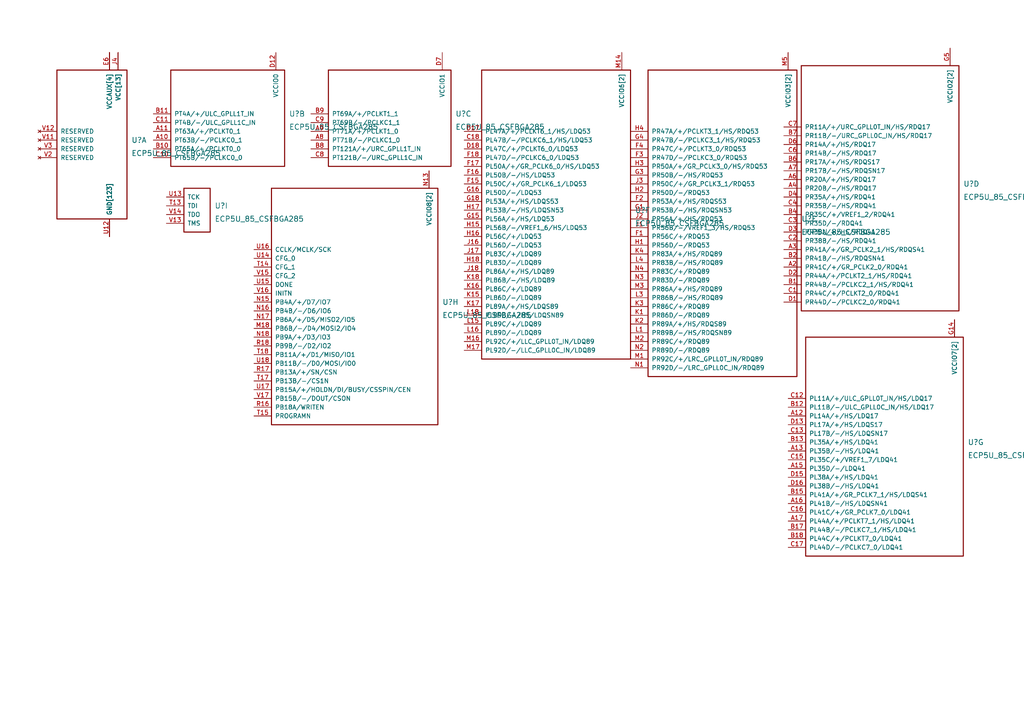
<source format=kicad_sch>
(kicad_sch (version 20211123) (generator eeschema)
  (paper "A4")
  (lib_symbols
    (symbol "ECP5:ECP5U_85_CSFBGA285" (pin_names (offset 1.016))
      (property "Reference" "U" (at 3.81 6.35 0))
      (property "Value" "ECP5U_85_CSFBGA285" (at 3.81 3.81 0))
      (symbol "ECP5U_85_CSFBGA285_1_1"
        (rectangle (start 5.08 17.78) (end 25.4 -25.4) (stroke (width 0.3048)))
        (pin power_in line (at 20.32 -30.48 90) (length 5.08) (name "GND[123]") (number "B16"))
        (pin power_in line (at 20.32 -30.48 90) (length 5.08) (name "GND[123]") (number "B3"))
        (pin power_in line (at 22.86 22.86 270) (length 5.08) (name "VCC[13]") (number "D10"))
        (pin power_in line (at 22.86 22.86 270) (length 5.08) (name "VCC[13]") (number "D11"))
        (pin power_in line (at 22.86 22.86 270) (length 5.08) (name "VCC[13]") (number "D8"))
        (pin power_in line (at 22.86 22.86 270) (length 5.08) (name "VCC[13]") (number "D9"))
        (pin power_in line (at 20.32 -30.48 90) (length 5.08) (name "GND[123]") (number "E10"))
        (pin power_in line (at 20.32 -30.48 90) (length 5.08) (name "GND[123]") (number "E11"))
        (pin power_in line (at 20.32 -30.48 90) (length 5.08) (name "GND[123]") (number "E12"))
        (pin power_in line (at 20.32 22.86 270) (length 5.08) (name "VCCAUX[4]") (number "E13"))
        (pin power_in line (at 20.32 -30.48 90) (length 5.08) (name "GND[123]") (number "E14"))
        (pin power_in line (at 20.32 -30.48 90) (length 5.08) (name "GND[123]") (number "E5"))
        (pin power_in line (at 20.32 22.86 270) (length 5.08) (name "VCCAUX[4]") (number "E6"))
        (pin power_in line (at 20.32 -30.48 90) (length 5.08) (name "GND[123]") (number "E7"))
        (pin power_in line (at 20.32 -30.48 90) (length 5.08) (name "GND[123]") (number "E8"))
        (pin power_in line (at 20.32 -30.48 90) (length 5.08) (name "GND[123]") (number "E9"))
        (pin power_in line (at 20.32 -30.48 90) (length 5.08) (name "GND[123]") (number "F10"))
        (pin power_in line (at 20.32 -30.48 90) (length 5.08) (name "GND[123]") (number "F11"))
        (pin power_in line (at 20.32 -30.48 90) (length 5.08) (name "GND[123]") (number "F12"))
        (pin power_in line (at 20.32 -30.48 90) (length 5.08) (name "GND[123]") (number "F13"))
        (pin power_in line (at 20.32 -30.48 90) (length 5.08) (name "GND[123]") (number "F14"))
        (pin power_in line (at 20.32 -30.48 90) (length 5.08) (name "GND[123]") (number "F5"))
        (pin power_in line (at 20.32 -30.48 90) (length 5.08) (name "GND[123]") (number "F6"))
        (pin power_in line (at 20.32 -30.48 90) (length 5.08) (name "GND[123]") (number "F7"))
        (pin power_in line (at 20.32 -30.48 90) (length 5.08) (name "GND[123]") (number "F8"))
        (pin power_in line (at 20.32 -30.48 90) (length 5.08) (name "GND[123]") (number "F9"))
        (pin power_in line (at 20.32 -30.48 90) (length 5.08) (name "GND[123]") (number "G10"))
        (pin power_in line (at 20.32 -30.48 90) (length 5.08) (name "GND[123]") (number "G11"))
        (pin power_in line (at 20.32 -30.48 90) (length 5.08) (name "GND[123]") (number "G12"))
        (pin power_in line (at 20.32 -30.48 90) (length 5.08) (name "GND[123]") (number "G13"))
        (pin power_in line (at 20.32 -30.48 90) (length 5.08) (name "GND[123]") (number "G17"))
        (pin power_in line (at 20.32 -30.48 90) (length 5.08) (name "GND[123]") (number "G2"))
        (pin power_in line (at 20.32 -30.48 90) (length 5.08) (name "GND[123]") (number "G6"))
        (pin power_in line (at 20.32 -30.48 90) (length 5.08) (name "GND[123]") (number "G7"))
        (pin power_in line (at 20.32 -30.48 90) (length 5.08) (name "GND[123]") (number "G8"))
        (pin power_in line (at 20.32 -30.48 90) (length 5.08) (name "GND[123]") (number "G9"))
        (pin power_in line (at 20.32 -30.48 90) (length 5.08) (name "GND[123]") (number "H10"))
        (pin power_in line (at 20.32 -30.48 90) (length 5.08) (name "GND[123]") (number "H11"))
        (pin power_in line (at 20.32 -30.48 90) (length 5.08) (name "GND[123]") (number "H12"))
        (pin power_in line (at 20.32 -30.48 90) (length 5.08) (name "GND[123]") (number "H13"))
        (pin power_in line (at 20.32 -30.48 90) (length 5.08) (name "GND[123]") (number "H6"))
        (pin power_in line (at 20.32 -30.48 90) (length 5.08) (name "GND[123]") (number "H7"))
        (pin power_in line (at 20.32 -30.48 90) (length 5.08) (name "GND[123]") (number "H8"))
        (pin power_in line (at 20.32 -30.48 90) (length 5.08) (name "GND[123]") (number "H9"))
        (pin power_in line (at 20.32 -30.48 90) (length 5.08) (name "GND[123]") (number "J10"))
        (pin power_in line (at 20.32 -30.48 90) (length 5.08) (name "GND[123]") (number "J11"))
        (pin power_in line (at 20.32 -30.48 90) (length 5.08) (name "GND[123]") (number "J12"))
        (pin power_in line (at 20.32 -30.48 90) (length 5.08) (name "GND[123]") (number "J13"))
        (pin power_in line (at 22.86 22.86 270) (length 5.08) (name "VCC[13]") (number "J14"))
        (pin power_in line (at 22.86 22.86 270) (length 5.08) (name "VCC[13]") (number "J15"))
        (pin power_in line (at 22.86 22.86 270) (length 5.08) (name "VCC[13]") (number "J4"))
        (pin power_in line (at 22.86 22.86 270) (length 5.08) (name "VCC[13]") (number "J5"))
        (pin power_in line (at 20.32 -30.48 90) (length 5.08) (name "GND[123]") (number "J6"))
        (pin power_in line (at 20.32 -30.48 90) (length 5.08) (name "GND[123]") (number "J7"))
        (pin power_in line (at 20.32 -30.48 90) (length 5.08) (name "GND[123]") (number "J8"))
        (pin power_in line (at 20.32 -30.48 90) (length 5.08) (name "GND[123]") (number "J9"))
        (pin power_in line (at 20.32 -30.48 90) (length 5.08) (name "GND[123]") (number "K10"))
        (pin power_in line (at 20.32 -30.48 90) (length 5.08) (name "GND[123]") (number "K11"))
        (pin power_in line (at 20.32 -30.48 90) (length 5.08) (name "GND[123]") (number "K12"))
        (pin power_in line (at 20.32 -30.48 90) (length 5.08) (name "GND[123]") (number "K13"))
        (pin power_in line (at 20.32 -30.48 90) (length 5.08) (name "GND[123]") (number "K14"))
        (pin power_in line (at 20.32 -30.48 90) (length 5.08) (name "GND[123]") (number "K5"))
        (pin power_in line (at 20.32 -30.48 90) (length 5.08) (name "GND[123]") (number "K6"))
        (pin power_in line (at 20.32 -30.48 90) (length 5.08) (name "GND[123]") (number "K7"))
        (pin power_in line (at 20.32 -30.48 90) (length 5.08) (name "GND[123]") (number "K8"))
        (pin power_in line (at 20.32 -30.48 90) (length 5.08) (name "GND[123]") (number "K9"))
        (pin power_in line (at 20.32 -30.48 90) (length 5.08) (name "GND[123]") (number "L10"))
        (pin power_in line (at 20.32 -30.48 90) (length 5.08) (name "GND[123]") (number "L11"))
        (pin power_in line (at 20.32 -30.48 90) (length 5.08) (name "GND[123]") (number "L12"))
        (pin power_in line (at 20.32 -30.48 90) (length 5.08) (name "GND[123]") (number "L13"))
        (pin power_in line (at 20.32 -30.48 90) (length 5.08) (name "GND[123]") (number "L14"))
        (pin power_in line (at 20.32 -30.48 90) (length 5.08) (name "GND[123]") (number "L17"))
        (pin power_in line (at 20.32 -30.48 90) (length 5.08) (name "GND[123]") (number "L2"))
        (pin power_in line (at 20.32 -30.48 90) (length 5.08) (name "GND[123]") (number "L5"))
        (pin power_in line (at 20.32 -30.48 90) (length 5.08) (name "GND[123]") (number "L6"))
        (pin power_in line (at 20.32 -30.48 90) (length 5.08) (name "GND[123]") (number "L7"))
        (pin power_in line (at 20.32 -30.48 90) (length 5.08) (name "GND[123]") (number "L8"))
        (pin power_in line (at 20.32 -30.48 90) (length 5.08) (name "GND[123]") (number "L9"))
        (pin power_in line (at 20.32 -30.48 90) (length 5.08) (name "GND[123]") (number "M10"))
        (pin power_in line (at 20.32 -30.48 90) (length 5.08) (name "GND[123]") (number "M11"))
        (pin power_in line (at 20.32 -30.48 90) (length 5.08) (name "GND[123]") (number "M12"))
        (pin power_in line (at 20.32 -30.48 90) (length 5.08) (name "GND[123]") (number "M13"))
        (pin power_in line (at 22.86 22.86 270) (length 5.08) (name "VCC[13]") (number "M15"))
        (pin power_in line (at 22.86 22.86 270) (length 5.08) (name "VCC[13]") (number "M4"))
        (pin power_in line (at 20.32 -30.48 90) (length 5.08) (name "GND[123]") (number "M6"))
        (pin power_in line (at 20.32 -30.48 90) (length 5.08) (name "GND[123]") (number "M7"))
        (pin power_in line (at 20.32 -30.48 90) (length 5.08) (name "GND[123]") (number "M8"))
        (pin power_in line (at 20.32 -30.48 90) (length 5.08) (name "GND[123]") (number "M9"))
        (pin power_in line (at 20.32 -30.48 90) (length 5.08) (name "GND[123]") (number "N10"))
        (pin power_in line (at 20.32 -30.48 90) (length 5.08) (name "GND[123]") (number "N11"))
        (pin power_in line (at 20.32 -30.48 90) (length 5.08) (name "GND[123]") (number "N12"))
        (pin power_in line (at 20.32 22.86 270) (length 5.08) (name "VCCAUX[4]") (number "N6"))
        (pin power_in line (at 20.32 -30.48 90) (length 5.08) (name "GND[123]") (number "N7"))
        (pin power_in line (at 20.32 -30.48 90) (length 5.08) (name "GND[123]") (number "N8"))
        (pin power_in line (at 20.32 -30.48 90) (length 5.08) (name "GND[123]") (number "N9"))
        (pin power_in line (at 20.32 -30.48 90) (length 5.08) (name "GND[123]") (number "P10"))
        (pin power_in line (at 22.86 22.86 270) (length 5.08) (name "VCC[13]") (number "P11"))
        (pin power_in line (at 20.32 -30.48 90) (length 5.08) (name "GND[123]") (number "P12"))
        (pin power_in line (at 20.32 22.86 270) (length 5.08) (name "VCCAUX[4]") (number "P13"))
        (pin power_in line (at 20.32 -30.48 90) (length 5.08) (name "GND[123]") (number "P5"))
        (pin power_in line (at 20.32 -30.48 90) (length 5.08) (name "GND[123]") (number "P6"))
        (pin power_in line (at 22.86 22.86 270) (length 5.08) (name "VCC[13]") (number "P7"))
        (pin power_in line (at 20.32 -30.48 90) (length 5.08) (name "GND[123]") (number "P8"))
        (pin power_in line (at 22.86 22.86 270) (length 5.08) (name "VCC[13]") (number "P9"))
        (pin power_in line (at 20.32 -30.48 90) (length 5.08) (name "GND[123]") (number "R1"))
        (pin power_in line (at 20.32 -30.48 90) (length 5.08) (name "GND[123]") (number "R10"))
        (pin power_in line (at 20.32 -30.48 90) (length 5.08) (name "GND[123]") (number "R2"))
        (pin power_in line (at 20.32 -30.48 90) (length 5.08) (name "GND[123]") (number "R3"))
        (pin power_in line (at 20.32 -30.48 90) (length 5.08) (name "GND[123]") (number "T1"))
        (pin power_in line (at 20.32 -30.48 90) (length 5.08) (name "GND[123]") (number "T10"))
        (pin power_in line (at 20.32 -30.48 90) (length 5.08) (name "GND[123]") (number "T11"))
        (pin power_in line (at 20.32 -30.48 90) (length 5.08) (name "GND[123]") (number "T12"))
        (pin power_in line (at 20.32 -30.48 90) (length 5.08) (name "GND[123]") (number "T16"))
        (pin power_in line (at 20.32 -30.48 90) (length 5.08) (name "GND[123]") (number "T2"))
        (pin power_in line (at 20.32 -30.48 90) (length 5.08) (name "GND[123]") (number "T3"))
        (pin power_in line (at 20.32 -30.48 90) (length 5.08) (name "GND[123]") (number "T4"))
        (pin power_in line (at 20.32 -30.48 90) (length 5.08) (name "GND[123]") (number "T5"))
        (pin power_in line (at 20.32 -30.48 90) (length 5.08) (name "GND[123]") (number "T6"))
        (pin power_in line (at 20.32 -30.48 90) (length 5.08) (name "GND[123]") (number "T7"))
        (pin power_in line (at 20.32 -30.48 90) (length 5.08) (name "GND[123]") (number "T8"))
        (pin power_in line (at 20.32 -30.48 90) (length 5.08) (name "GND[123]") (number "T9"))
        (pin power_in line (at 20.32 -30.48 90) (length 5.08) (name "GND[123]") (number "U1"))
        (pin power_in line (at 20.32 -30.48 90) (length 5.08) (name "GND[123]") (number "U10"))
        (pin power_in line (at 20.32 -30.48 90) (length 5.08) (name "GND[123]") (number "U11"))
        (pin power_in line (at 20.32 -30.48 90) (length 5.08) (name "GND[123]") (number "U12"))
        (pin power_in line (at 20.32 -30.48 90) (length 5.08) (name "GND[123]") (number "U2"))
        (pin power_in line (at 20.32 -30.48 90) (length 5.08) (name "GND[123]") (number "U3"))
        (pin power_in line (at 20.32 -30.48 90) (length 5.08) (name "GND[123]") (number "U4"))
        (pin power_in line (at 20.32 -30.48 90) (length 5.08) (name "GND[123]") (number "U5"))
        (pin power_in line (at 20.32 -30.48 90) (length 5.08) (name "GND[123]") (number "U6"))
        (pin power_in line (at 20.32 -30.48 90) (length 5.08) (name "GND[123]") (number "U7"))
        (pin power_in line (at 20.32 -30.48 90) (length 5.08) (name "GND[123]") (number "U8"))
        (pin power_in line (at 20.32 -30.48 90) (length 5.08) (name "GND[123]") (number "U9"))
        (pin power_in line (at 20.32 -30.48 90) (length 5.08) (name "GND[123]") (number "V10"))
        (pin no_connect line (at 0 -2.54 0) (length 5.08) (name "RESERVED") (number "V11"))
        (pin no_connect line (at 0 0 0) (length 5.08) (name "RESERVED") (number "V12"))
        (pin no_connect line (at 0 -7.62 0) (length 5.08) (name "RESERVED") (number "V2"))
        (pin no_connect line (at 0 -5.08 0) (length 5.08) (name "RESERVED") (number "V3"))
        (pin power_in line (at 20.32 -30.48 90) (length 5.08) (name "GND[123]") (number "V4"))
        (pin power_in line (at 20.32 -30.48 90) (length 5.08) (name "GND[123]") (number "V5"))
        (pin power_in line (at 20.32 -30.48 90) (length 5.08) (name "GND[123]") (number "V6"))
        (pin power_in line (at 20.32 -30.48 90) (length 5.08) (name "GND[123]") (number "V7"))
        (pin power_in line (at 20.32 -30.48 90) (length 5.08) (name "GND[123]") (number "V8"))
        (pin power_in line (at 20.32 -30.48 90) (length 5.08) (name "GND[123]") (number "V9"))
      )
      (symbol "ECP5U_85_CSFBGA285_2_1"
        (rectangle (start 5.08 12.7) (end 38.1 -15.24) (stroke (width 0.3048)))
        (pin bidirectional line (at 0 -7.62 0) (length 5.08) (name "PT63B/-/PCLKC0_1") (number "A10"))
        (pin bidirectional line (at 0 -5.08 0) (length 5.08) (name "PT63A/+/PCLKT0_1") (number "A11"))
        (pin bidirectional line (at 0 -10.16 0) (length 5.08) (name "PT65A/+/PCLKT0_0") (number "B10"))
        (pin bidirectional line (at 0 0 0) (length 5.08) (name "PT4A/+/ULC_GPLL1T_IN") (number "B11"))
        (pin bidirectional line (at 0 -12.7 0) (length 5.08) (name "PT65B/-/PCLKC0_0") (number "C10"))
        (pin bidirectional line (at 0 -2.54 0) (length 5.08) (name "PT4B/-/ULC_GPLL1C_IN") (number "C11"))
        (pin power_in line (at 35.56 17.78 270) (length 5.08) (name "VCCIO0") (number "D12"))
      )
      (symbol "ECP5U_85_CSFBGA285_3_1"
        (rectangle (start 5.08 12.7) (end 40.64 -15.24) (stroke (width 0.3048)))
        (pin bidirectional line (at 0 -7.62 0) (length 5.08) (name "PT71B/-/PCLKC1_0") (number "A8"))
        (pin bidirectional line (at 0 -5.08 0) (length 5.08) (name "PT71A/+/PCLKT1_0") (number "A9"))
        (pin bidirectional line (at 0 -10.16 0) (length 5.08) (name "PT121A/+/URC_GPLL1T_IN") (number "B8"))
        (pin bidirectional line (at 0 0 0) (length 5.08) (name "PT69A/+/PCLKT1_1") (number "B9"))
        (pin bidirectional line (at 0 -12.7 0) (length 5.08) (name "PT121B/-/URC_GPLL1C_IN") (number "C8"))
        (pin bidirectional line (at 0 -2.54 0) (length 5.08) (name "PT69B/-/PCLKC1_1") (number "C9"))
        (pin power_in line (at 38.1 17.78 270) (length 5.08) (name "VCCIO1") (number "D7"))
      )
      (symbol "ECP5U_85_CSFBGA285_4_1"
        (rectangle (start 5.08 17.78) (end 50.8 -53.34) (stroke (width 0.3048)))
        (pin bidirectional line (at 0 -40.64 0) (length 5.08) (name "PR41C/+/GR_PCLK2_0/RDQ41") (number "A2"))
        (pin bidirectional line (at 0 -35.56 0) (length 5.08) (name "PR41A/+/GR_PCLK2_1/HS/RDQS41") (number "A3"))
        (pin bidirectional line (at 0 -17.78 0) (length 5.08) (name "PR20B/-/HS/RDQ17") (number "A4"))
        (pin bidirectional line (at 0 -15.24 0) (length 5.08) (name "PR20A/+/HS/RDQ17") (number "A6"))
        (pin bidirectional line (at 0 -12.7 0) (length 5.08) (name "PR17B/-/HS/RDQSN17") (number "A7"))
        (pin bidirectional line (at 0 -45.72 0) (length 5.08) (name "PR44B/-/PCLKC2_1/HS/RDQ41") (number "B1"))
        (pin bidirectional line (at 0 -38.1 0) (length 5.08) (name "PR41B/-/HS/RDQSN41") (number "B2"))
        (pin bidirectional line (at 0 -25.4 0) (length 5.08) (name "PR35C/+/VREF1_2/RDQ41") (number "B4"))
        (pin bidirectional line (at 0 -10.16 0) (length 5.08) (name "PR17A/+/HS/RDQS17") (number "B6"))
        (pin bidirectional line (at 0 -2.54 0) (length 5.08) (name "PR11B/-/URC_GPLL0C_IN/HS/RDQ17") (number "B7"))
        (pin bidirectional line (at 0 -48.26 0) (length 5.08) (name "PR44C/+/PCLKT2_0/RDQ41") (number "C1"))
        (pin bidirectional line (at 0 -33.02 0) (length 5.08) (name "PR38B/-/HS/RDQ41") (number "C2"))
        (pin bidirectional line (at 0 -27.94 0) (length 5.08) (name "PR35D/-/RDQ41") (number "C3"))
        (pin bidirectional line (at 0 -22.86 0) (length 5.08) (name "PR35B/-/HS/RDQ41") (number "C4"))
        (pin bidirectional line (at 0 -7.62 0) (length 5.08) (name "PR14B/-/HS/RDQ17") (number "C6"))
        (pin bidirectional line (at 0 0 0) (length 5.08) (name "PR11A/+/URC_GPLL0T_IN/HS/RDQ17") (number "C7"))
        (pin bidirectional line (at 0 -50.8 0) (length 5.08) (name "PR44D/-/PCLKC2_0/RDQ41") (number "D1"))
        (pin bidirectional line (at 0 -43.18 0) (length 5.08) (name "PR44A/+/PCLKT2_1/HS/RDQ41") (number "D2"))
        (pin bidirectional line (at 0 -30.48 0) (length 5.08) (name "PR38A/+/HS/RDQ41") (number "D3"))
        (pin bidirectional line (at 0 -20.32 0) (length 5.08) (name "PR35A/+/HS/RDQ41") (number "D4"))
        (pin bidirectional line (at 0 -5.08 0) (length 5.08) (name "PR14A/+/HS/RDQ17") (number "D6"))
        (pin power_in line (at 48.26 22.86 270) (length 5.08) (name "VCCIO2[2]") (number "G5"))
        (pin power_in line (at 48.26 22.86 270) (length 5.08) (name "VCCIO2[2]") (number "H5"))
      )
      (symbol "ECP5U_85_CSFBGA285_5_1"
        (rectangle (start 5.08 17.78) (end 48.26 -71.12) (stroke (width 0.3048)))
        (pin bidirectional line (at 0 -30.48 0) (length 5.08) (name "PR56C/+/RDQ53") (number "F1"))
        (pin bidirectional line (at 0 -20.32 0) (length 5.08) (name "PR53A/+/HS/RDQS53") (number "F2"))
        (pin bidirectional line (at 0 -7.62 0) (length 5.08) (name "PR47D/-/PCLKC3_0/RDQ53") (number "F3"))
        (pin bidirectional line (at 0 -5.08 0) (length 5.08) (name "PR47C/+/PCLKT3_0/RDQ53") (number "F4"))
        (pin bidirectional line (at 0 -22.86 0) (length 5.08) (name "PR53B/-/HS/RDQSN53") (number "G1"))
        (pin bidirectional line (at 0 -12.7 0) (length 5.08) (name "PR50B/-/HS/RDQ53") (number "G3"))
        (pin bidirectional line (at 0 -2.54 0) (length 5.08) (name "PR47B/-/PCLKC3_1/HS/RDQ53") (number "G4"))
        (pin bidirectional line (at 0 -33.02 0) (length 5.08) (name "PR56D/-/RDQ53") (number "H1"))
        (pin bidirectional line (at 0 -17.78 0) (length 5.08) (name "PR50D/-/RDQ53") (number "H2"))
        (pin bidirectional line (at 0 -10.16 0) (length 5.08) (name "PR50A/+/GR_PCLK3_0/HS/RDQ53") (number "H3"))
        (pin bidirectional line (at 0 0 0) (length 5.08) (name "PR47A/+/PCLKT3_1/HS/RDQ53") (number "H4"))
        (pin bidirectional line (at 0 -27.94 0) (length 5.08) (name "PR56B/-/VREF1_3/HS/RDQ53") (number "J1"))
        (pin bidirectional line (at 0 -25.4 0) (length 5.08) (name "PR56A/+/HS/RDQ53") (number "J2"))
        (pin bidirectional line (at 0 -15.24 0) (length 5.08) (name "PR50C/+/GR_PCLK3_1/RDQ53") (number "J3"))
        (pin bidirectional line (at 0 -53.34 0) (length 5.08) (name "PR86D/-/RDQ89") (number "K1"))
        (pin bidirectional line (at 0 -55.88 0) (length 5.08) (name "PR89A/+/HS/RDQS89") (number "K2"))
        (pin bidirectional line (at 0 -50.8 0) (length 5.08) (name "PR86C/+/RDQ89") (number "K3"))
        (pin bidirectional line (at 0 -35.56 0) (length 5.08) (name "PR83A/+/HS/RDQ89") (number "K4"))
        (pin bidirectional line (at 0 -58.42 0) (length 5.08) (name "PR89B/-/HS/RDQSN89") (number "L1"))
        (pin bidirectional line (at 0 -48.26 0) (length 5.08) (name "PR86B/-/HS/RDQ89") (number "L3"))
        (pin bidirectional line (at 0 -38.1 0) (length 5.08) (name "PR83B/-/HS/RDQ89") (number "L4"))
        (pin bidirectional line (at 0 -66.04 0) (length 5.08) (name "PR92C/+/LRC_GPLL0T_IN/RDQ89") (number "M1"))
        (pin bidirectional line (at 0 -60.96 0) (length 5.08) (name "PR89C/+/RDQ89") (number "M2"))
        (pin bidirectional line (at 0 -45.72 0) (length 5.08) (name "PR86A/+/HS/RDQ89") (number "M3"))
        (pin power_in line (at 45.72 22.86 270) (length 5.08) (name "VCCIO3[2]") (number "M5"))
        (pin bidirectional line (at 0 -68.58 0) (length 5.08) (name "PR92D/-/LRC_GPLL0C_IN/RDQ89") (number "N1"))
        (pin bidirectional line (at 0 -63.5 0) (length 5.08) (name "PR89D/-/RDQ89") (number "N2"))
        (pin bidirectional line (at 0 -43.18 0) (length 5.08) (name "PR83D/-/RDQ89") (number "N3"))
        (pin bidirectional line (at 0 -40.64 0) (length 5.08) (name "PR83C/+/RDQ89") (number "N4"))
        (pin power_in line (at 45.72 22.86 270) (length 5.08) (name "VCCIO3[2]") (number "N5"))
      )
      (symbol "ECP5U_85_CSFBGA285_6_1"
        (rectangle (start 5.08 17.78) (end 48.26 -66.04) (stroke (width 0.3048)))
        (pin bidirectional line (at 0 -2.54 0) (length 5.08) (name "PL47B/-/PCLKC6_1/HS/LDQ53") (number "C18"))
        (pin bidirectional line (at 0 0 0) (length 5.08) (name "PL47A/+/PCLKT6_1/HS/LDQ53") (number "D17"))
        (pin bidirectional line (at 0 -5.08 0) (length 5.08) (name "PL47C/+/PCLKT6_0/LDQ53") (number "D18"))
        (pin bidirectional line (at 0 -15.24 0) (length 5.08) (name "PL50C/+/GR_PCLK6_1/LDQ53") (number "F15"))
        (pin bidirectional line (at 0 -12.7 0) (length 5.08) (name "PL50B/-/HS/LDQ53") (number "F16"))
        (pin bidirectional line (at 0 -10.16 0) (length 5.08) (name "PL50A/+/GR_PCLK6_0/HS/LDQ53") (number "F17"))
        (pin bidirectional line (at 0 -7.62 0) (length 5.08) (name "PL47D/-/PCLKC6_0/LDQ53") (number "F18"))
        (pin bidirectional line (at 0 -25.4 0) (length 5.08) (name "PL56A/+/HS/LDQ53") (number "G15"))
        (pin bidirectional line (at 0 -17.78 0) (length 5.08) (name "PL50D/-/LDQ53") (number "G16"))
        (pin bidirectional line (at 0 -20.32 0) (length 5.08) (name "PL53A/+/HS/LDQS53") (number "G18"))
        (pin bidirectional line (at 0 -27.94 0) (length 5.08) (name "PL56B/-/VREF1_6/HS/LDQ53") (number "H15"))
        (pin bidirectional line (at 0 -30.48 0) (length 5.08) (name "PL56C/+/LDQ53") (number "H16"))
        (pin bidirectional line (at 0 -22.86 0) (length 5.08) (name "PL53B/-/HS/LDQSN53") (number "H17"))
        (pin bidirectional line (at 0 -38.1 0) (length 5.08) (name "PL83D/-/LDQ89") (number "H18"))
        (pin bidirectional line (at 0 -33.02 0) (length 5.08) (name "PL56D/-/LDQ53") (number "J16"))
        (pin bidirectional line (at 0 -35.56 0) (length 5.08) (name "PL83C/+/LDQ89") (number "J17"))
        (pin bidirectional line (at 0 -40.64 0) (length 5.08) (name "PL86A/+/HS/LDQ89") (number "J18"))
        (pin bidirectional line (at 0 -48.26 0) (length 5.08) (name "PL86D/-/LDQ89") (number "K15"))
        (pin bidirectional line (at 0 -45.72 0) (length 5.08) (name "PL86C/+/LDQ89") (number "K16"))
        (pin bidirectional line (at 0 -50.8 0) (length 5.08) (name "PL89A/+/HS/LDQS89") (number "K17"))
        (pin bidirectional line (at 0 -43.18 0) (length 5.08) (name "PL86B/-/HS/LDQ89") (number "K18"))
        (pin bidirectional line (at 0 -55.88 0) (length 5.08) (name "PL89C/+/LDQ89") (number "L15"))
        (pin bidirectional line (at 0 -58.42 0) (length 5.08) (name "PL89D/-/LDQ89") (number "L16"))
        (pin bidirectional line (at 0 -53.34 0) (length 5.08) (name "PL89B/-/HS/LDQSN89") (number "L18"))
        (pin power_in line (at 45.72 22.86 270) (length 5.08) (name "VCCIO6[2]") (number "M14"))
        (pin bidirectional line (at 0 -60.96 0) (length 5.08) (name "PL92C/+/LLC_GPLL0T_IN/LDQ89") (number "M16"))
        (pin bidirectional line (at 0 -63.5 0) (length 5.08) (name "PL92D/-/LLC_GPLL0C_IN/LDQ89") (number "M17"))
        (pin power_in line (at 45.72 22.86 270) (length 5.08) (name "VCCIO6[2]") (number "N14"))
      )
      (symbol "ECP5U_85_CSFBGA285_7_1"
        (rectangle (start 5.08 17.78) (end 50.8 -45.72) (stroke (width 0.3048)))
        (pin bidirectional line (at 0 -5.08 0) (length 5.08) (name "PL14A/+/HS/LDQ17") (number "A12"))
        (pin bidirectional line (at 0 -15.24 0) (length 5.08) (name "PL35B/-/HS/LDQ41") (number "A13"))
        (pin bidirectional line (at 0 -20.32 0) (length 5.08) (name "PL35D/-/LDQ41") (number "A15"))
        (pin bidirectional line (at 0 -30.48 0) (length 5.08) (name "PL41B/-/HS/LDQSN41") (number "A16"))
        (pin bidirectional line (at 0 -35.56 0) (length 5.08) (name "PL44A/+/PCLKT7_1/HS/LDQ41") (number "A17"))
        (pin bidirectional line (at 0 -2.54 0) (length 5.08) (name "PL11B/-/ULC_GPLL0C_IN/HS/LDQ17") (number "B12"))
        (pin bidirectional line (at 0 -12.7 0) (length 5.08) (name "PL35A/+/HS/LDQ41") (number "B13"))
        (pin bidirectional line (at 0 -27.94 0) (length 5.08) (name "PL41A/+/GR_PCLK7_1/HS/LDQS41") (number "B15"))
        (pin bidirectional line (at 0 -38.1 0) (length 5.08) (name "PL44B/-/PCLKC7_1/HS/LDQ41") (number "B17"))
        (pin bidirectional line (at 0 -40.64 0) (length 5.08) (name "PL44C/+/PCLKT7_0/LDQ41") (number "B18"))
        (pin bidirectional line (at 0 0 0) (length 5.08) (name "PL11A/+/ULC_GPLL0T_IN/HS/LDQ17") (number "C12"))
        (pin bidirectional line (at 0 -10.16 0) (length 5.08) (name "PL17B/-/HS/LDQSN17") (number "C13"))
        (pin bidirectional line (at 0 -17.78 0) (length 5.08) (name "PL35C/+/VREF1_7/LDQ41") (number "C15"))
        (pin bidirectional line (at 0 -33.02 0) (length 5.08) (name "PL41C/+/GR_PCLK7_0/LDQ41") (number "C16"))
        (pin bidirectional line (at 0 -43.18 0) (length 5.08) (name "PL44D/-/PCLKC7_0/LDQ41") (number "C17"))
        (pin bidirectional line (at 0 -7.62 0) (length 5.08) (name "PL17A/+/HS/LDQS17") (number "D13"))
        (pin bidirectional line (at 0 -22.86 0) (length 5.08) (name "PL38A/+/HS/LDQ41") (number "D15"))
        (pin bidirectional line (at 0 -25.4 0) (length 5.08) (name "PL38B/-/HS/LDQ41") (number "D16"))
        (pin power_in line (at 48.26 22.86 270) (length 5.08) (name "VCCIO7[2]") (number "G14"))
        (pin power_in line (at 48.26 22.86 270) (length 5.08) (name "VCCIO7[2]") (number "H14"))
      )
      (symbol "ECP5U_85_CSFBGA285_8_1"
        (rectangle (start 5.08 17.78) (end 53.34 -50.8) (stroke (width 0.3048)))
        (pin bidirectional line (at 0 -22.86 0) (length 5.08) (name "PB6B/-/D4/MOSI2/IO4") (number "M18"))
        (pin power_in line (at 50.8 22.86 270) (length 5.08) (name "VCCIO8[2]") (number "N13"))
        (pin bidirectional line (at 0 -15.24 0) (length 5.08) (name "PB4A/+/D7/IO7") (number "N15"))
        (pin bidirectional line (at 0 -17.78 0) (length 5.08) (name "PB4B/-/D6/IO6") (number "N16"))
        (pin bidirectional line (at 0 -20.32 0) (length 5.08) (name "PB6A/+/D5/MISO2/IO5") (number "N17"))
        (pin bidirectional line (at 0 -25.4 0) (length 5.08) (name "PB9A/+/D3/IO3") (number "N18"))
        (pin power_in line (at 50.8 22.86 270) (length 5.08) (name "VCCIO8[2]") (number "P14"))
        (pin bidirectional line (at 0 -45.72 0) (length 5.08) (name "PB18A/WRITEN") (number "R16"))
        (pin bidirectional line (at 0 -35.56 0) (length 5.08) (name "PB13A/+/SN/CSN") (number "R17"))
        (pin bidirectional line (at 0 -27.94 0) (length 5.08) (name "PB9B/-/D2/IO2") (number "R18"))
        (pin bidirectional line (at 0 -5.08 0) (length 5.08) (name "CFG_1") (number "T14"))
        (pin bidirectional line (at 0 -48.26 0) (length 5.08) (name "PROGRAMN") (number "T15"))
        (pin bidirectional line (at 0 -38.1 0) (length 5.08) (name "PB13B/-/CS1N") (number "T17"))
        (pin bidirectional line (at 0 -30.48 0) (length 5.08) (name "PB11A/+/D1/MISO/IO1") (number "T18"))
        (pin bidirectional line (at 0 -2.54 0) (length 5.08) (name "CFG_0") (number "U14"))
        (pin bidirectional line (at 0 -10.16 0) (length 5.08) (name "DONE") (number "U15"))
        (pin bidirectional line (at 0 0 0) (length 5.08) (name "CCLK/MCLK/SCK") (number "U16"))
        (pin bidirectional line (at 0 -40.64 0) (length 5.08) (name "PB15A/+/HOLDN/DI/BUSY/CSSPIN/CEN") (number "U17"))
        (pin bidirectional line (at 0 -33.02 0) (length 5.08) (name "PB11B/-/D0/MOSI/IO0") (number "U18"))
        (pin bidirectional line (at 0 -7.62 0) (length 5.08) (name "CFG_2") (number "V15"))
        (pin bidirectional line (at 0 -12.7 0) (length 5.08) (name "INITN") (number "V16"))
        (pin bidirectional line (at 0 -43.18 0) (length 5.08) (name "PB15B/-/DOUT/CSON") (number "V17"))
      )
      (symbol "ECP5U_85_CSFBGA285_9_1"
        (rectangle (start 5.08 2.54) (end 12.7 -10.16) (stroke (width 0.3048)))
        (pin bidirectional line (at 0 -2.54 0) (length 5.08) (name "TDI") (number "T13"))
        (pin bidirectional line (at 0 0 0) (length 5.08) (name "TCK") (number "U13"))
        (pin bidirectional line (at 0 -7.62 0) (length 5.08) (name "TMS") (number "V13"))
        (pin bidirectional line (at 0 -5.08 0) (length 5.08) (name "TDO") (number "V14"))
      )
    )
  )
  (symbol (lib_id "ECP5:ECP5U_85_CSFBGA285") (at 228.6 115.57 0) (unit 7)
    (property "Reference" "U?" (at 280.67 128.27 0) (effects (font (size 1.524 1.524)) (justify left)))
    (property "Value" "ECP5U_85_CSFBGA285" (at 280.67 132.08 0) (effects (font (size 1.524 1.524)) (justify left)))
    (property "manf#" "ECP5U_85" (effects hide))
  )
  (symbol (lib_id "ECP5:ECP5U_85_CSFBGA285") (at 73.66 72.39 0) (unit 8)
    (property "Reference" "U?" (at 128.27 87.63 0) (effects (font (size 1.524 1.524)) (justify left)))
    (property "Value" "ECP5U_85_CSFBGA285" (at 128.27 91.44 0) (effects (font (size 1.524 1.524)) (justify left)))
    (property "manf#" "ECP5U_85" (effects hide))
  )
  (symbol (lib_id "ECP5:ECP5U_85_CSFBGA285") (at 44.45 33.02 0) (unit 2)
    (property "Reference" "U?" (at 83.82 33.02 0) (effects (font (size 1.524 1.524)) (justify left)))
    (property "Value" "ECP5U_85_CSFBGA285" (at 83.82 36.83 0) (effects (font (size 1.524 1.524)) (justify left)))
    (property "manf#" "ECP5U_85" (effects hide))
  )
  (symbol (lib_id "ECP5:ECP5U_85_CSFBGA285") (at 134.62 38.1 0) (unit 6)
    (property "Reference" "U?" (at 184.15 60.96 0) (effects (font (size 1.524 1.524)) (justify left)))
    (property "Value" "ECP5U_85_CSFBGA285" (at 184.15 64.77 0) (effects (font (size 1.524 1.524)) (justify left)))
    (property "manf#" "ECP5U_85" (effects hide))
  )
  (symbol (lib_id "ECP5:ECP5U_85_CSFBGA285") (at 182.88 38.1 0) (unit 5)
    (property "Reference" "U?" (at 232.41 63.5 0) (effects (font (size 1.524 1.524)) (justify left)))
    (property "Value" "ECP5U_85_CSFBGA285" (at 232.41 67.31 0) (effects (font (size 1.524 1.524)) (justify left)))
    (property "manf#" "ECP5U_85" (effects hide))
  )
  (symbol (lib_id "ECP5:ECP5U_85_CSFBGA285") (at 48.26 57.15 0) (unit 9)
    (property "Reference" "U?" (at 62.23 59.69 0) (effects (font (size 1.524 1.524)) (justify left)))
    (property "Value" "ECP5U_85_CSFBGA285" (at 62.23 63.5 0) (effects (font (size 1.524 1.524)) (justify left)))
    (property "Footprint" "ECP5:BGA285C50P18X18_1000X1000X130" (effects hide))
    (property "manf#" "ECP5U_85" (effects hide))
  )
  (symbol (lib_id "ECP5:ECP5U_85_CSFBGA285") (at 11.43 38.1 0) (unit 1)
    (property "Reference" "U?" (at 38.1 40.64 0) (effects (font (size 1.524 1.524)) (justify left)))
    (property "Value" "ECP5U_85_CSFBGA285" (at 38.1 44.45 0) (effects (font (size 1.524 1.524)) (justify left)))
    (property "Footprint" "ECP5:BGA285C50P18X18_1000X1000X130" (effects hide))
    (property "manf#" "ECP5U_85" (effects hide))
  )
  (symbol (lib_id "ECP5:ECP5U_85_CSFBGA285") (at 227.33 36.83 0) (unit 4)
    (property "Reference" "U?" (at 279.4 53.34 0) (effects (font (size 1.524 1.524)) (justify left)))
    (property "Value" "ECP5U_85_CSFBGA285" (at 279.4 57.15 0) (effects (font (size 1.524 1.524)) (justify left)))
    (property "manf#" "ECP5U_85" (effects hide))
  )
  (symbol (lib_id "ECP5:ECP5U_85_CSFBGA285") (at 90.17 33.02 0) (unit 3)
    (property "Reference" "U?" (at 132.08 33.02 0) (effects (font (size 1.524 1.524)) (justify left)))
    (property "Value" "ECP5U_85_CSFBGA285" (at 132.08 36.83 0) (effects (font (size 1.524 1.524)) (justify left)))
    (property "manf#" "ECP5U_85" (effects hide))
  )
)
</source>
